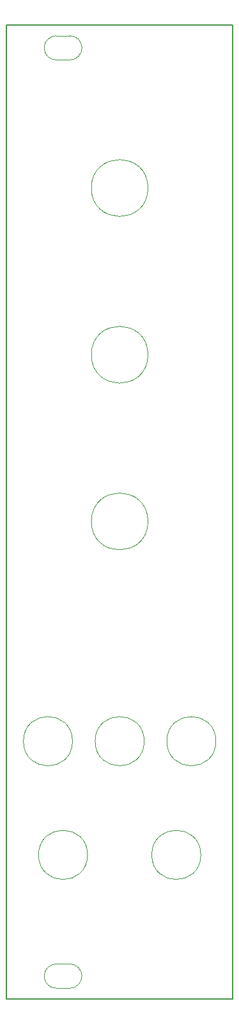
<source format=gm1>
G04 #@! TF.GenerationSoftware,KiCad,Pcbnew,(5.0.0-rc2)*
G04 #@! TF.CreationDate,2020-07-08T18:48:37+03:00*
G04 #@! TF.ProjectId,MIXPNL2,4D4958504E4C322E6B696361645F7063,rev?*
G04 #@! TF.SameCoordinates,PX2793d60PY848f8c0*
G04 #@! TF.FileFunction,Profile,NP*
%FSLAX46Y46*%
G04 Gerber Fmt 4.6, Leading zero omitted, Abs format (unit mm)*
G04 Created by KiCad (PCBNEW (5.0.0-rc2)) date Wed Jul  8 18:48:37 2020*
%MOMM*%
%LPD*%
G01*
G04 APERTURE LIST*
%ADD10C,0.200000*%
G04 #@! TA.AperFunction,NonConductor*
%ADD11C,0.120000*%
G04 #@! TD*
G04 APERTURE END LIST*
D10*
X0Y128500000D02*
X0Y0D01*
X30000000Y128500000D02*
X0Y128500000D01*
X30000000Y0D02*
X30000000Y128500000D01*
X0Y0D02*
X30000000Y0D01*
D11*
G04 #@! TO.C,Ref\002A\002A*
X18750000Y63000000D02*
G75*
G03X18750000Y63000000I-3750000J0D01*
G01*
X18750000Y85000000D02*
G75*
G03X18750000Y85000000I-3750000J0D01*
G01*
X18750000Y107000000D02*
G75*
G03X18750000Y107000000I-3750000J0D01*
G01*
G04 #@! TO.C,X*
X6600000Y127100000D02*
X8400000Y127100000D01*
X6600000Y123900000D02*
X8400000Y123900000D01*
X5000000Y125500000D02*
G75*
G03X6600000Y123900000I1600000J0D01*
G01*
X6600000Y127100000D02*
G75*
G03X5000000Y125500000I0J-1600000D01*
G01*
X8400000Y123900000D02*
G75*
G03X10000000Y125500000I0J1600000D01*
G01*
X10000000Y125500000D02*
G75*
G03X8400000Y127100000I-1600000J0D01*
G01*
X10000000Y3000000D02*
G75*
G03X8400000Y4600000I-1600000J0D01*
G01*
X8400000Y1400000D02*
G75*
G03X10000000Y3000000I0J1600000D01*
G01*
X6600000Y4600000D02*
G75*
G03X5000000Y3000000I0J-1600000D01*
G01*
X5000000Y3000000D02*
G75*
G03X6600000Y1400000I1600000J0D01*
G01*
X6600000Y1400000D02*
X8400000Y1400000D01*
X6600000Y4600000D02*
X8400000Y4600000D01*
G04 #@! TO.C,Ref\002A\002A*
X8750000Y34000000D02*
G75*
G03X8750000Y34000000I-3250000J0D01*
G01*
X18250000Y34000000D02*
G75*
G03X18250000Y34000000I-3250000J0D01*
G01*
X27750000Y34000000D02*
G75*
G03X27750000Y34000000I-3250000J0D01*
G01*
X10750000Y19000000D02*
G75*
G03X10750000Y19000000I-3250000J0D01*
G01*
X25750000Y19000000D02*
G75*
G03X25750000Y19000000I-3250000J0D01*
G01*
G04 #@! TD*
M02*

</source>
